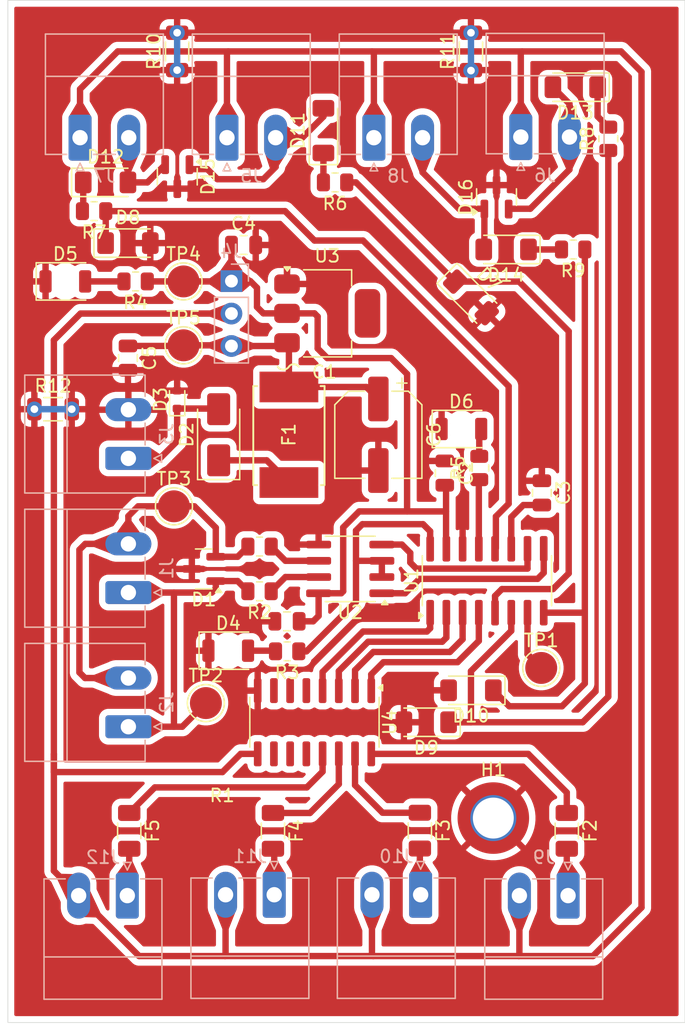
<source format=kicad_pcb>
(kicad_pcb (version 20241229) (generator "pcbnew") (generator_version "9.0")
  (layers (0 "F.Cu" signal) (2 "B.Cu" signal) (13 "F.Paste" user) (15 "B.Paste" user) (5 "F.SilkS" user "F.Silkscreen") (7 "B.SilkS" user "B.Silkscreen") (1 "F.Mask" user) (3 "B.Mask" user) (25 "Edge.Cuts" user))
  (net 0 "")
  (net 1 "+5V")
  (net 2 "GND")
  (net 3 "Net-(U1-PD7)")
  (net 4 "+12V")
  (net 5 "Net-(D2-A)")
  (net 6 "Net-(D2-K)")
  (net 7 "Net-(D4-A)")
  (net 8 "Net-(D5-A)")
  (net 9 "Net-(D6-A)")
  (net 10 "Net-(D11-A)")
  (net 11 "Net-(D11-K)")
  (net 12 "Net-(D12-A)")
  (net 13 "Net-(D12-K)")
  (net 14 "Net-(D13-A)")
  (net 15 "Net-(D13-K)")
  (net 16 "Net-(D14-A)")
  (net 17 "Net-(D14-K)")
  (net 18 "Net-(U4-O1)")
  (net 19 "Net-(J9-Pin_1)")
  (net 20 "Net-(J10-Pin_1)")
  (net 21 "Net-(U4-O2)")
  (net 22 "Net-(J11-Pin_1)")
  (net 23 "Net-(U4-O3)")
  (net 24 "Net-(J12-Pin_1)")
  (net 25 "Net-(U4-O4)")
  (net 26 "/IO/IO_VCC")
  (net 27 "Net-(U2-B)")
  (net 28 "Net-(U2-A)")
  (net 29 "/DBG_LED")
  (net 30 "Net-(U1-PD1)")
  (net 31 "/OUT4")
  (net 32 "/OUT2")
  (net 33 "/IN2")
  (net 34 "/IN4")
  (net 35 "/IN1")
  (net 36 "/OUT1")
  (net 37 "/IN3")
  (net 38 "/OUT3")
  (net 45 "/TXEN")
  (net 46 "/TX")
  (net 47 "/RX")
  (net 48 "Net-(D1-IN2)")
  (net 49 "Net-(D1-IN1)")
  (footprint "Diode_SMD:D_SMA" (layer "F.Cu") (at 141.5 79 90)
    (property "Reference" "D2")
    (property "Value" "SS14")
  )
  (footprint "Capacitor_SMD:CP_Elec_6.3x5.9" (layer "F.Cu") (at 154 79 -90)
    (property "Reference" "C6")
    (property "Value" "470uF / 25V")
  )
  (footprint "LED_SMD:LED_1206_3216Metric_ReverseMount_Hole1.8x2.4mm" (layer "F.Cu") (at 129.5 67)
    (property "Reference" "D5")
    (property "Value" "LED")
  )
  (footprint "Capacitor_SMD:C_0805_2012Metric" (layer "F.Cu") (at 134.4 73 -90)
    (property "Reference" "C5")
    (property "Value" "10uF / 16V")
  )
  (footprint "Package_SO:SOIC-16_3.9x9.9mm_P1.27mm" (layer "F.Cu") (at 149 101.5 -90)
    (property "Reference" "U4")
    (property "Value" "ULN2003")
  )
  (footprint "Diode_SMD:D_MiniMELF" (layer "F.Cu") (at 161.25 99 180)
    (property "Reference" "D10")
    (property "Value" "BZV55C5V1")
  )
  (footprint "TestPoint:TestPoint_Pad_D2.5mm" (layer "F.Cu") (at 138 84.6)
    (property "Reference" "TP3")
    (property "Value" "485A")
  )
  (footprint "Custom:FUSE-SMD_L7.4-W5.4" (layer "F.Cu") (at 147 79 -90)
    (property "Reference" "F1")
    (property "Value" "MF-SM075-2")
  )
  (footprint "Diode_SMD:D_MiniMELF" (layer "F.Cu") (at 157.75 101.5 180)
    (property "Reference" "D9")
    (property "Value" "BZV55C5V1")
  )
  (footprint "Package_SO:SOIC-8_3.9x4.9mm_P1.27mm" (layer "F.Cu") (at 151.8 89.5 180)
    (property "Reference" "U2")
    (property "Value" "SN75176BDR")
  )
  (footprint "Resistor_SMD:R_0805_2012Metric" (layer "F.Cu") (at 144.7 91.25 180)
    (property "Reference" "R2")
    (property "Value" "10R")
  )
  (footprint "LED_SMD:LED_1206_3216Metric_ReverseMount_Hole1.8x2.4mm" (layer "F.Cu") (at 160.5 78.55)
    (property "Reference" "D6")
    (property "Value" "LED")
  )
  (footprint "Package_TO_SOT_SMD:SOT-23" (layer "F.Cu") (at 163.25 60.4 90)
    (property "Reference" "D16")
    (property "Value" "PESD12VS2UT")
  )
  (footprint "Fuse:Fuse_1206_3216Metric" (layer "F.Cu") (at 145.75 110 -90)
    (property "Reference" "F4")
    (property "Value" "MF-NSMF050-2")
  )
  (footprint "LED_SMD:LED_1206_3216Metric_ReverseMount_Hole1.8x2.4mm" (layer "F.Cu") (at 142.25 95.9)
    (property "Reference" "D4")
    (property "Value" "LED")
  )
  (footprint "TestPoint:TestPoint_Pad_D2.5mm" (layer "F.Cu") (at 140.5 100)
    (property "Reference" "TP2")
    (property "Value" "485B")
  )
  (footprint "Resistor_SMD:R_0805_2012Metric" (layer "F.Cu") (at 150.6125 59.25 180)
    (property "Reference" "R6")
    (property "Value" "1K")
  )
  (footprint "Diode_SMD:D_SOD-523" (layer "F.Cu") (at 138.25 76.25 90)
    (property "Reference" "D3")
    (property "Value" "PESD12VS1UB")
  )
  (footprint "MountingHole:MountingHole_3.2mm_M3_DIN965_Pad_TopOnly" (layer "F.Cu") (at 163 109)
    (property "Reference" "H1")
    (property "Value" "MountingHole_Pad")
  )
  (footprint "Resistor_SMD:R_1206_3216Metric" (layer "F.Cu") (at 128.5375 77)
    (property "Reference" "R12")
    (property "Value" "0R")
  )
  (footprint "Capacitor_SMD:C_0805_2012Metric" (layer "F.Cu") (at 159.2 82 -90)
    (property "Reference" "C2")
    (property "Value" "0.1uF / 16V")
  )
  (footprint "Diode_SMD:D_MiniMELF" (layer "F.Cu") (at 169.4125 51.8 180)
    (property "Reference" "D13")
    (property "Value" "LL4448")
  )
  (footprint "Package_TO_SOT_SMD:SOT-23" (layer "F.Cu") (at 138.2625 58.8 -90)
    (property "Reference" "D15")
    (property "Value" "PESD12VS2UT")
  )
  (footprint "Resistor_SMD:R_0805_2012Metric" (layer "F.Cu") (at 161.9 81.6 90)
    (property "Reference" "R5")
    (property "Value" "200R")
  )
  (footprint "Diode_SMD:D_MiniMELF" (layer "F.Cu") (at 161.25 68.25 -45)
    (property "Reference" "D7")
    (property "Value" "BZV55C5V1")
  )
  (footprint "Diode_SMD:D_MiniMELF" (layer "F.Cu") (at 132.65 59.25)
    (property "Reference" "D12")
    (property "Value" "LL4448")
  )
  (footprint "Capacitor_SMD:C_0805_2012Metric" (layer "F.Cu") (at 146.85 93.6)
    (property "Reference" "C1")
    (property "Value" "0.1uF / 16V")
  )
  (footprint "TestPoint:TestPoint_Pad_D2.5mm" (layer "F.Cu") (at 166.75 97.25)
    (property "Reference" "TP1")
    (property "Value" "SWIO")
  )
  (footprint "Capacitor_SMD:C_0805_2012Metric" (layer "F.Cu") (at 166.8 83.55 -90)
    (property "Reference" "C3")
    (property "Value" "0.1uF / 16V")
  )
  (footprint "Package_TO_SOT_SMD:SOT-23" (layer "F.Cu") (at 140.3375 89.5 180)
    (property "Reference" "D1")
    (property "Value" "PESD15VL2BT")
  )
  (footprint "Package_SO:SOP-16_3.9x9.9mm_P1.27mm" (layer "F.Cu") (at 162.5 90.425 90)
    (property "Reference" "U1")
    (property "Value" "CH32V003AxMx")
  )
  (footprint "Diode_SMD:D_MiniMELF" (layer "F.Cu") (at 134.4 64)
    (property "Reference" "D8")
    (property "Value" "BZV55C5V1")
  )
  (footprint "Resistor_SMD:R_0805_2012Metric" (layer "F.Cu") (at 146.8625 95.95 180)
    (property "Reference" "R3")
    (property "Value" "200R")
  )
  (footprint "TestPoint:TestPoint_Pad_D2.5mm" (layer "F.Cu") (at 138.75 72)
    (property "Reference" "TP5")
    (property "Value" "12V")
  )
  (footprint "Resistor_SMD:R_0805_2012Metric" (layer "F.Cu") (at 144.7 87.75 180)
    (property "Reference" "R1")
    (property "Value" "10R")
  )
  (footprint "Resistor_SMD:R_0805_2012Metric" (layer "F.Cu") (at 135 67 180)
    (property "Reference" "R4")
    (property "Value" "200R")
  )
  (footprint "Resistor_SMD:R_0805_2012Metric" (layer "F.Cu") (at 172 55.8375 90)
    (property "Reference" "R8")
    (property "Value" "1K")
  )
  (footprint "Diode_SMD:D_MiniMELF" (layer "F.Cu") (at 164 64.5 180)
    (property "Reference" "D14")
    (property "Value" "LL4448")
  )
  (footprint "Fuse:Fuse_1206_3216Metric" (layer "F.Cu") (at 157.25 109.9825 -90)
    (property "Reference" "F3")
    (property "Value" "MF-NSMF050-2")
  )
  (footprint "Fuse:Fuse_1206_3216Metric" (layer "F.Cu") (at 168.75 110 -90)
    (property "Reference" "F2")
    (property "Value" "MF-NSMF050-2")
  )
  (footprint "Resistor_SMD:R_1206_3216Metric" (layer "F.Cu") (at 161.25 49 90)
    (property "Reference" "R11")
    (property "Value" "0R")
  )
  (footprint "Package_TO_SOT_SMD:SOT-223" (layer "F.Cu") (at 150 69.5)
    (property "Reference" "U3")
    (property "Value" "LT1117-5.0")
  )
  (footprint "Resistor_SMD:R_1206_3216Metric" (layer "F.Cu") (at 138.25 49 90)
    (property "Reference" "R10")
    (property "Value" "0R")
  )
  (footprint "Resistor_SMD:R_0805_2012Metric" (layer "F.Cu") (at 131.75 61.5 180)
    (property "Reference" "R7")
    (property "Value" "1K")
  )
  (footprint "Diode_SMD:D_MiniMELF" (layer "F.Cu") (at 149.7 55.2 90)
    (property "Reference" "D11")
    (property "Value" "LL4448")
  )
  (footprint "TestPoint:TestPoint_Pad_D2.5mm" (layer "F.Cu") (at 138.75 67)
    (property "Reference" "TP4")
    (property "Value" "5V")
  )
  (footprint "Resistor_SMD:R_0805_2012Metric" (layer "F.Cu") (at 169.25 64.5 180)
    (property "Reference" "R9")
    (property "Value" "1K")
  )
  (footprint "Fuse:Fuse_1206_3216Metric" (layer "F.Cu") (at 134.5 110 -90)
    (property "Reference" "F5")
    (property "Value" "MF-NSMF050-2")
  )
  (footprint "Capacitor_SMD:C_0805_2012Metric" (layer "F.Cu") (at 143.45 64.15)
    (property "Reference" "C4")
    (property "Value" "10uF / 16V")
  )
  (footprint "Connector_Phoenix_MC:PhoenixContact_MC_1,5_2-G-3.81_1x02_P3.81mm_Horizontal" (layer "B.Cu") (at 165.15 55.7)
    (property "Reference" "J6")
    (property "Value" "MC 1,5/2G-3,81")
  )
  (footprint "Connector_Phoenix_MC:PhoenixContact_MC_1,5_2-G-3.81_1x02_P3.81mm_Horizontal" (layer "B.Cu") (at 134.4325 91.35 90)
    (property "Reference" "J1")
    (property "Value" "MC1,5 2G-3.81")
  )
  (footprint "Connector_Phoenix_MC:PhoenixContact_MC_1,5_2-G-3.81_1x02_P3.81mm_Horizontal" (layer "B.Cu") (at 168.85 115.0675 180)
    (property "Reference" "J9")
    (property "Value" "MC 1,5/2G-3,81")
  )
  (footprint "Connector_Phoenix_MC:PhoenixContact_MC_1,5_2-G-3.81_1x02_P3.81mm_Horizontal" (layer "B.Cu") (at 157.31 115 180)
    (property "Reference" "J10")
    (property "Value" "MC 1,5/2G-3,81")
  )
  (footprint "Connector_Phoenix_MC:PhoenixContact_MC_1,5_2-G-3.81_1x02_P3.81mm_Horizontal" (layer "B.Cu") (at 145.85 115 180)
    (property "Reference" "J11")
    (property "Value" "MC 1,5/2G-3,81")
  )
  (footprint "Connector_Phoenix_MC:PhoenixContact_MC_1,5_2-G-3.81_1x02_P3.81mm_Horizontal" (layer "B.Cu") (at 134.4325 101.85 90)
    (property "Reference" "J2")
    (property "Value" "MC1,5 2G-3.81")
  )
  (footprint "Connector_Phoenix_MC:PhoenixContact_MC_1,5_2-G-3.81_1x02_P3.81mm_Horizontal" (layer "B.Cu") (at 153.65 55.75)
    (property "Reference" "J8")
    (property "Value" "MC 1,5/2G-3,81")
  )
  (footprint "Connector_PinHeader_2.54mm:PinHeader_1x03_P2.54mm_Vertical" (layer "B.Cu") (at 142.5 66.975 180)
    (property "Reference" "J4")
    (property "Value" "PLS")
  )
  (footprint "Connector_Phoenix_MC:PhoenixContact_MC_1,5_2-G-3.81_1x02_P3.81mm_Horizontal" (layer "B.Cu") (at 142.15 55.75)
    (property "Reference" "J5")
    (property "Value" "MC 1,5/2G-3,81")
  )
  (footprint "Connector_Phoenix_MC:PhoenixContact_MC_1,5_2-G-3.81_1x02_P3.81mm_Horizontal" (layer "B.Cu") (at 134.4325 80.85 90)
    (property "Reference" "J3")
    (property "Value" "MC1,5 2G-3.81")
  )
  (footprint "Connector_Phoenix_MC:PhoenixContact_MC_1,5_2-G-3.81_1x02_P3.81mm_Horizontal" (layer "B.Cu") (at 134.35 115.0675 180)
    (property "Reference" "J12")
    (property "Value" "MC 1,5/2G-3,81")
  )
  (footprint "Connector_Phoenix_MC:PhoenixContact_MC_1,5_2-G-3.81_1x02_P3.81mm_Horizontal" (layer "B.Cu") (at 130.65 55.75)
    (property "Reference" "J7")
    (property "Value" "MC 1,5/2G-3,81")
  )
  (gr_rect (start 125 45) (end 178 125) (stroke (width 0.05)) (fill no) (layer "Edge.Cuts"))
  (segment (start 151.25 86.25) (end 151.25 91.25) (width 0.5) (layer "F.Cu") (net 1))
  (segment (start 135.9125 67) (end 138.75 67) (width 0.5) (layer "F.Cu") (net 1))
  (segment (start 144.5 69) (end 145 69.5) (width 0.5) (layer "F.Cu") (net 1))
  (segment (start 151.095 91.405) (end 149.325 91.405) (width 0.5) (layer "F.Cu") (net 1))
  (segment (start 149.325 93.175) (end 149.325 91.405) (width 0.5) (layer "F.Cu") (net 1))
  (segment (start 159.3 83.3) (end 159.3 85) (width 0.5) (layer "F.Cu") (net 1))
  (segment (start 149 69.5) (end 149.25 69.75) (width 0.5) (layer "F.Cu") (net 1))
  (segment (start 152.5 85) (end 159.3 85) (width 0.5) (layer "F.Cu") (net 1))
  (segment (start 151.25 91.25) (end 151.095 91.405) (width 0.5) (layer "F.Cu") (net 1))
  (segment (start 159.3 85) (end 159.3 87.9) (width 0.5) (layer "F.Cu") (net 1))
  (segment (start 142.5 66.975) (end 142.5 64.15) (width 0.5) (layer "F.Cu") (net 1))
  (segment (start 149.25 69.75) (end 149.25 72.25) (width 0.5) (layer "F.Cu") (net 1))
  (segment (start 150 73) (end 155 73) (width 0.5) (layer "F.Cu") (net 1))
  (segment (start 155 73) (end 156.25 74.25) (width 0.5) (layer "F.Cu") (net 1))
  (segment (start 138.75 67) (end 142.475 67) (width 0.5) (layer "F.Cu") (net 1))
  (segment (start 152.5 85) (end 151.25 86.25) (width 0.5) (layer "F.Cu") (net 1))
  (segment (start 156.25 74.25) (end 156.25 85) (width 0.5) (layer "F.Cu") (net 1))
  (segment (start 146.85 69.5) (end 149 69.5) (width 0.5) (layer "F.Cu") (net 1))
  (segment (start 145 69.5) (end 146.85 69.5) (width 0.5) (layer "F.Cu") (net 1))
  (segment (start 148.9 93.6) (end 149.325 93.175) (width 0.5) (layer "F.Cu") (net 1))
  (segment (start 147.8 93.6) (end 148.9 93.6) (width 0.5) (layer "F.Cu") (net 1))
  (segment (start 149.25 72.25) (end 150 73) (width 0.5) (layer "F.Cu") (net 1))
  (segment (start 144.5 67.5) (end 144.5 69) (width 0.5) (layer "F.Cu") (net 1))
  (segment (start 143.975 66.975) (end 144.5 67.5) (width 0.5) (layer "F.Cu") (net 1))
  (segment (start 142.5 66.975) (end 143.975 66.975) (width 0.5) (layer "F.Cu") (net 1))
  (segment (start 166.8 82.6) (end 166.8 73.8) (width 0.5) (layer "F.Cu") (net 2))
  (segment (start 144.4 64.15) (end 145.9 64.15) (width 0.5) (layer "F.Cu") (net 2))
  (segment (start 166.8 73.8) (end 162.487437 69.487437) (width 0.5) (layer "F.Cu") (net 2))
  (segment (start 146.85 65.1) (end 146.85 67.2) (width 0.5) (layer "F.Cu") (net 2))
  (segment (start 145.9 64.15) (end 146.85 65.1) (width 0.5) (layer "F.Cu") (net 2))
  (via (at 127.075 77) (size 1.2) (drill 0.6) (layers "F.Cu" "B.Cu") (net 2))
  (via (at 130 77) (size 1.2) (drill 0.6) (layers "F.Cu" "B.Cu") (net 2))
  (via (at 161.25 47.5375) (size 1.2) (drill 0.6) (layers "F.Cu" "B.Cu") (net 2))
  (via (at 138.25 50.4625) (size 1.2) (drill 0.6) (layers "F.Cu" "B.Cu") (net 2))
  (via (at 161.25 50.5) (size 1.2) (drill 0.6) (layers "F.Cu" "B.Cu") (net 2))
  (via (at 138.25 47.5375) (size 1.2) (drill 0.6) (layers "F.Cu" "B.Cu") (net 2))
  (segment (start 127.075 77) (end 130 77) (width 0.5) (layer "B.Cu") (net 2))
  (segment (start 138.25 47.5375) (end 138.25 50.4625) (width 0.5) (layer "B.Cu") (net 2))
  (segment (start 161.25 47.5375) (end 161.25 50.5) (width 0.5) (layer "B.Cu") (net 2))
  (segment (start 164.405 85.445) (end 165.35 84.5) (width 0.5) (layer "F.Cu") (net 3))
  (segment (start 164.405 87.925) (end 164.405 85.445) (width 0.5) (layer "F.Cu") (net 3))
  (segment (start 165.35 84.5) (end 166.8 84.5) (width 0.5) (layer "F.Cu") (net 3))
  (segment (start 153.06 75.26) (end 154 76.2) (width 0.5) (layer "F.Cu") (net 4))
  (segment (start 134.4 72.05) (end 138.7 72.05) (width 0.5) (layer "F.Cu") (net 4))
  (segment (start 138.75 72) (end 142.445 72) (width 0.5) (layer "F.Cu") (net 4))
  (segment (start 147 75.26) (end 147 71.95) (width 0.5) (layer "F.Cu") (net 4))
  (segment (start 142.5 72.055) (end 146.595 72.055) (width 0.5) (layer "F.Cu") (net 4))
  (segment (start 147 75.26) (end 153.06 75.26) (width 0.5) (layer "F.Cu") (net 4))
  (segment (start 138.25 79.5) (end 138.25 76.95) (width 0.5) (layer "F.Cu") (net 5))
  (segment (start 134.4325 80.85) (end 136.9 80.85) (width 0.5) (layer "F.Cu") (net 5))
  (segment (start 136.9 80.85) (end 138.25 79.5) (width 0.5) (layer "F.Cu") (net 5))
  (segment (start 138.25 76.95) (end 141.45 76.95) (width 0.5) (layer "F.Cu") (net 5))
  (segment (start 145.26 81) (end 147 82.74) (width 0.5) (layer "F.Cu") (net 6))
  (segment (start 141.5 81) (end 145.26 81) (width 0.5) (layer "F.Cu") (net 6))
  (segment (start 143.65 95.9) (end 145.9 95.9) (width 0.5) (layer "F.Cu") (net 7))
  (segment (start 131 67.000001) (end 134.0875 67) (width 0.5) (layer "F.Cu") (net 8))
  (segment (start 161.9 80.6875) (end 161.9 78.65) (width 0.5) (layer "F.Cu") (net 9))
  (segment (start 140.6125 58.2125) (end 141.4 59) (width 0.5) (layer "F.Cu") (net 10))
  (segment (start 145 59) (end 145.96 58.04) (width 0.5) (layer "F.Cu") (net 10))
  (segment (start 141.4 59) (end 145 59) (width 0.5) (layer "F.Cu") (net 10))
  (segment (start 145.96 58.04) (end 145.96 55.75) (width 0.5) (layer "F.Cu") (net 10))
  (segment (start 149.7 54.1) (end 149.7 53.45) (width 0.5) (layer "F.Cu") (net 10))
  (segment (start 148.05 55.75) (end 149.7 54.1) (width 0.5) (layer "F.Cu") (net 10))
  (segment (start 139.2125 58.2125) (end 140.6125 58.2125) (width 0.5) (layer "F.Cu") (net 10))
  (segment (start 145.96 55.75) (end 148.05 55.75) (width 0.5) (layer "F.Cu") (net 10))
  (segment (start 149.7 56.95) (end 149.7 59.25) (width 0.5) (layer "F.Cu") (net 11))
  (segment (start 134.4 59.15) (end 134.4 55.81) (width 0.5) (layer "F.Cu") (net 12))
  (segment (start 134.4 59.25) (end 135.925 59.25) (width 0.5) (layer "F.Cu") (net 12))
  (segment (start 135.925 59.25) (end 137.3125 57.8625) (width 0.5) (layer "F.Cu") (net 12))
  (segment (start 130.9 59.25) (end 130.9 61.4375) (width 0.5) (layer "F.Cu") (net 13))
  (segment (start 165.8925 61.3125) (end 164.2 61.3125) (width 0.5) (layer "F.Cu") (net 14))
  (segment (start 168.96 55.7) (end 168.96 58.245) (width 0.5) (layer "F.Cu") (net 14))
  (segment (start 168.96 53.0975) (end 167.6625 51.8) (width 0.5) (layer "F.Cu") (net 14))
  (segment (start 168.96 55.7) (end 168.96 53.0975) (width 0.5) (layer "F.Cu") (net 14))
  (segment (start 168.96 58.245) (end 165.8925 61.3125) (width 0.5) (layer "F.Cu") (net 14))
  (segment (start 171.1625 54.0875) (end 172 54.925) (width 0.5) (layer "F.Cu") (net 15))
  (segment (start 171.1625 51.8) (end 171.1625 54.0875) (width 0.5) (layer "F.Cu") (net 15))
  (segment (start 157.46 55.75) (end 157.46 58.46) (width 0.5) (layer "F.Cu") (net 16))
  (segment (start 160.3125 61.3125) (end 162.3 61.3125) (width 0.5) (layer "F.Cu") (net 16))
  (segment (start 157.46 58.46) (end 160.3125 61.3125) (width 0.5) (layer "F.Cu") (net 16))
  (segment (start 162.3 64.6) (end 162.3 61.3375) (width 0.5) (layer "F.Cu") (net 16))
  (segment (start 165.75 64.5) (end 168.3375 64.5) (width 0.5) (layer "F.Cu") (net 17))
  (segment (start 165.725 103.975) (end 168.75 107) (width 0.5) (layer "F.Cu") (net 18))
  (segment (start 153.445 103.975) (end 165.725 103.975) (width 0.5) (layer "F.Cu") (net 18))
  (segment (start 168.75 107) (end 168.75 108.6) (width 0.5) (layer "F.Cu") (net 18))
  (segment (start 168.75 111.4) (end 168.75 114.9675) (width 0.5) (layer "F.Cu") (net 19))
  (segment (start 157.25 111.3825) (end 157.25 114.94) (width 0.5) (layer "F.Cu") (net 20))
  (segment (start 152.175 103.975) (end 152.175 106.425) (width 0.5) (layer "F.Cu") (net 21))
  (segment (start 154.3325 108.5825) (end 157.25 108.5825) (width 0.5) (layer "F.Cu") (net 21))
  (segment (start 152.175 106.425) (end 154.3325 108.5825) (width 0.5) (layer "F.Cu") (net 21))
  (segment (start 145.85 115) (end 145.85 111.5) (width 0.5) (layer "F.Cu") (net 22))
  (segment (start 150.905 106.345) (end 150.905 103.975) (width 0.5) (layer "F.Cu") (net 23))
  (segment (start 148.65 108.6) (end 150.905 106.345) (width 0.5) (layer "F.Cu") (net 23))
  (segment (start 145.75 108.6) (end 148.65 108.6) (width 0.5) (layer "F.Cu") (net 23))
  (segment (start 134.5 111.4) (end 134.5 114.9175) (width 0.5) (layer "F.Cu") (net 24))
  (segment (start 134.5 108.6) (end 136.5 106.6) (width 0.5) (layer "F.Cu") (net 25))
  (segment (start 136.5 106.6) (end 148.4 106.6) (width 0.5) (layer "F.Cu") (net 25))
  (segment (start 148.4 106.6) (end 149.635 105.365) (width 0.5) (layer "F.Cu") (net 25))
  (segment (start 149.635 105.365) (end 149.635 103.975) (width 0.5) (layer "F.Cu") (net 25))
  (segment (start 128.6 104) (end 128.6 113.1275) (width 0.5) (layer "F.Cu") (net 26))
  (segment (start 165.15 49.1) (end 165.25 49) (width 0.5) (layer "F.Cu") (net 26))
  (segment (start 130.685 69.515) (end 128.6 71.6) (width 0.5) (layer "F.Cu") (net 26))
  (segment (start 142.04 115) (end 142.04 119.76) (width 0.5) (layer "F.Cu") (net 26))
  (segment (start 143.225 103.975) (end 141.8 105.4) (width 0.5) (layer "F.Cu") (net 26))
  (segment (start 142.15 49.1) (end 142.25 49) (width 0.5) (layer "F.Cu") (net 26))
  (segment (start 165.25 49) (end 153.5 49) (width 0.5) (layer "F.Cu") (net 26))
  (segment (start 133.6 49) (end 130.65 51.95) (width 0.5) (layer "F.Cu") (net 26))
  (segment (start 144.555 103.975) (end 143.225 103.975) (width 0.5) (layer "F.Cu") (net 26))
  (segment (start 153.5 115) (end 153.5 119.7) (width 0.5) (layer "F.Cu") (net 26))
  (segment (start 135.2725 119.8) (end 142 119.8) (width 0.5) (layer "F.Cu") (net 26))
  (segment (start 153.5 119.7) (end 153.6 119.8) (width 0.5) (layer "F.Cu") (net 26))
  (segment (start 142.04 119.76) (end 142 119.8) (width 0.5) (layer "F.Cu") (net 26))
  (segment (start 142.15 55.75) (end 142.15 49.1) (width 0.5) (layer "F.Cu") (net 26))
  (segment (start 165.04 115.0675) (end 165.04 119.76) (width 0.5) (layer "F.Cu") (net 26))
  (segment (start 153.5 49) (end 142.25 49) (width 0.5) (layer "F.Cu") (net 26))
  (segment (start 170.8 119.8) (end 174.6 116) (width 0.5) (layer "F.Cu") (net 26))
  (segment (start 128.6 113.1275) (end 130.54 115.0675) (width 0.5) (layer "F.Cu") (net 26))
  (segment (start 130.65 51.95) (end 130.65 55.75) (width 0.5) (layer "F.Cu") (net 26))
  (segment (start 165.15 55.7) (end 165.15 49.1) (width 0.5) (layer "F.Cu") (net 26))
  (segment (start 174.6 50.6) (end 173 49) (width 0.5) (layer "F.Cu") (net 26))
  (segment (start 141.8 105.4) (end 128.6 105.4) (width 0.5) (layer "F.Cu") (net 26))
  (segment (start 173 49) (end 165.25 49) (width 0.5) (layer "F.Cu") (net 26))
  (segment (start 130.54 115.0675) (end 135.2725 119.8) (width 0.5) (layer "F.Cu") (net 26))
  (segment (start 142.5 69.515) (end 130.685 69.515) (width 0.5) (layer "F.Cu") (net 26))
  (segment (start 153.6 119.8) (end 165 119.8) (width 0.5) (layer "F.Cu") (net 26))
  (segment (start 128.6 105.4) (end 128.6 104) (width 0.5) (layer "F.Cu") (net 26))
  (segment (start 153.65 49.15) (end 153.5 49) (width 0.5) (layer "F.Cu") (net 26))
  (segment (start 142 119.8) (end 153.6 119.8) (width 0.5) (layer "F.Cu") (net 26))
  (segment (start 128.6 71.6) (end 128.6 104) (width 0.5) (layer "F.Cu") (net 26))
  (segment (start 142.25 49) (end 133.6 49) (width 0.5) (layer "F.Cu") (net 26))
  (segment (start 165 119.8) (end 170.8 119.8) (width 0.5) (layer "F.Cu") (net 26))
  (segment (start 153.65 55.75) (end 153.65 49.15) (width 0.5) (layer "F.Cu") (net 26))
  (segment (start 174.6 116) (end 174.6 50.6) (width 0.5) (layer "F.Cu") (net 26))
  (segment (start 165.04 119.76) (end 165 119.8) (width 0.5) (layer "F.Cu") (net 26))
  (segment (start 146.7275 90.135) (end 149.325 90.135) (width 0.5) (layer "F.Cu") (net 27))
  (segment (start 145.6125 91.25) (end 146.7275 90.135) (width 0.5) (layer "F.Cu") (net 27))
  (segment (start 145.6125 87.75) (end 146.7275 88.865) (width 0.5) (layer "F.Cu") (net 28))
  (segment (start 146.7275 88.865) (end 149.325 88.865) (width 0.5) (layer "F.Cu") (net 28))
  (segment (start 161.865 87.925) (end 161.865 82.5475) (width 0.5) (layer "F.Cu") (net 29))
  (segment (start 165.675 96.175) (end 166.75 97.25) (width 0.5) (layer "F.Cu") (net 30))
  (segment (start 165.675 92.925) (end 165.675 96.175) (width 0.5) (layer "F.Cu") (net 30))
  (segment (start 158.055 94.145) (end 158.055 92.925) (width 0.5) (layer "F.Cu") (net 31))
  (segment (start 152.8 94.4) (end 157.8 94.4) (width 0.5) (layer "F.Cu") (net 31))
  (segment (start 149.635 99.025) (end 149.635 97.565) (width 0.5) (layer "F.Cu") (net 31))
  (segment (start 149.635 97.565) (end 152.8 94.4) (width 0.5) (layer "F.Cu") (net 31))
  (segment (start 157.8 94.4) (end 158.055 94.145) (width 0.5) (layer "F.Cu") (net 31))
  (segment (start 160.595 95.005) (end 160.595 92.925) (width 0.5) (layer "F.Cu") (net 32))
  (segment (start 159.6 96) (end 160.595 95.005) (width 0.5) (layer "F.Cu") (net 32))
  (segment (start 152.175 99.025) (end 152.175 97.425) (width 0.5) (layer "F.Cu") (net 32))
  (segment (start 152.175 97.425) (end 153.6 96) (width 0.5) (layer "F.Cu") (net 32))
  (segment (start 153.6 96) (end 159.6 96) (width 0.5) (layer "F.Cu") (net 32))
  (segment (start 163.2 85.4) (end 163.2 87.86) (width 0.5) (layer "F.Cu") (net 33))
  (segment (start 146.7 61.5) (end 149 63.8) (width 0.5) (layer "F.Cu") (net 33))
  (segment (start 152.8 63.8) (end 164.2 75.2) (width 0.5) (layer "F.Cu") (net 33))
  (segment (start 132.6625 61.5) (end 146.7 61.5) (width 0.5) (layer "F.Cu") (net 33))
  (segment (start 164.2 75.2) (end 164.2 84.4) (width 0.5) (layer "F.Cu") (net 33))
  (segment (start 132.6625 61.5) (end 132.6625 63.9875) (width 0.5) (layer "F.Cu") (net 33))
  (segment (start 163.2 87.86) (end 163.151 87.909) (width 0.5) (layer "F.Cu") (net 33))
  (segment (start 164.2 84.4) (end 163.2 85.4) (width 0.5) (layer "F.Cu") (net 33))
  (segment (start 149 63.8) (end 152.8 63.8) (width 0.5) (layer "F.Cu") (net 33))
  (segment (start 163 99) (end 164.25 100.25) (width 0.5) (layer "F.Cu") (net 34))
  (segment (start 164.25 100.25) (end 168.375 100.25) (width 0.5) (layer "F.Cu") (net 34))
  (segment (start 168.375 100.25) (end 170.1625 98.4625) (width 0.5) (layer "F.Cu") (net 34))
  (segment (start 170.1625 93) (end 170.1625 64.5) (width 0.5) (layer "F.Cu") (net 34))
  (segment (start 166.945 92.925) (end 170.0875 92.925) (width 0.5) (layer "F.Cu") (net 34))
  (segment (start 170.1625 98.4625) (end 170.1625 93) (width 0.5) (layer "F.Cu") (net 34))
  (segment (start 170.0875 92.925) (end 170.1625 93) (width 0.5) (layer "F.Cu") (net 34))
  (segment (start 163.135 92.925) (end 163.135 91.615) (width 0.5) (layer "F.Cu") (net 35))
  (segment (start 168.9 70.9) (end 165.012563 67.012563) (width 0.5) (layer "F.Cu") (net 35))
  (segment (start 152.25 59.25) (end 160.012563 67.012563) (width 0.5) (layer "F.Cu") (net 35))
  (segment (start 151.525 59.25) (end 152.25 59.25) (width 0.5) (layer "F.Cu") (net 35))
  (segment (start 167.672 91.078) (end 168.9 89.85) (width 0.5) (layer "F.Cu") (net 35))
  (segment (start 163.672 91.078) (end 167.672 91.078) (width 0.5) (layer "F.Cu") (net 35))
  (segment (start 165.012563 67.012563) (end 160.012563 67.012563) (width 0.5) (layer "F.Cu") (net 35))
  (segment (start 168.9 89.85) (end 168.9 70.9) (width 0.5) (layer "F.Cu") (net 35))
  (segment (start 163.135 91.615) (end 163.672 91.078) (width 0.5) (layer "F.Cu") (net 35))
  (segment (start 154.4 96.8) (end 153.445 97.755) (width 0.5) (layer "F.Cu") (net 36))
  (segment (start 160.2 96.8) (end 154.4 96.8) (width 0.5) (layer "F.Cu") (net 36))
  (segment (start 161.865 95.135) (end 160.2 96.8) (width 0.5) (layer "F.Cu") (net 36))
  (segment (start 153.445 97.755) (end 153.445 99.025) (width 0.5) (layer "F.Cu") (net 36))
  (segment (start 161.865 92.925) (end 161.865 95.135) (width 0.5) (layer "F.Cu") (net 36))
  (segment (start 172 99.5) (end 170 101.5) (width 0.5) (layer "F.Cu") (net 37))
  (segment (start 172 56.75) (end 172 99.5) (width 0.5) (layer "F.Cu") (net 37))
  (segment (start 159.5 101.5) (end 161.25 101.5) (width 0.5) (layer "F.Cu") (net 37))
  (segment (start 170 101.5) (end 159.5 101.5) (width 0.5) (layer "F.Cu") (net 37))
  (segment (start 164.405 94.345) (end 164.405 92.925) (width 0.5) (layer "F.Cu") (net 37))
  (segment (start 161.25 97.5) (end 164.405 94.345) (width 0.5) (layer "F.Cu") (net 37))
  (segment (start 161.25 101.5) (end 161.25 97.5) (width 0.5) (layer "F.Cu") (net 37))
  (segment (start 153.2 95.2) (end 159 95.2) (width 0.5) (layer "F.Cu") (net 38))
  (segment (start 150.905 99.025) (end 150.905 97.495) (width 0.5) (layer "F.Cu") (net 38))
  (segment (start 159.325 94.875) (end 159.325 92.925) (width 0.5) (layer "F.Cu") (net 38))
  (segment (start 159 95.2) (end 159.325 94.875) (width 0.5) (layer "F.Cu") (net 38))
  (segment (start 150.905 97.495) (end 153.2 95.2) (width 0.5) (layer "F.Cu") (net 38))
  (segment (start 152.25 88.865) (end 152.25 86.5) (width 0.5) (layer "F.Cu") (net 45))
  (segment (start 152.25 86.5) (end 152.75 86) (width 0.5) (layer "F.Cu") (net 45))
  (segment (start 152.75 86) (end 157.5 86) (width 0.5) (layer "F.Cu") (net 45))
  (segment (start 152.25 92.075) (end 148.375 95.95) (width 0.5) (layer "F.Cu") (net 45))
  (segment (start 157.5 86) (end 158.055 86.555) (width 0.5) (layer "F.Cu") (net 45))
  (segment (start 154.275 88.865) (end 152.25 88.865) (width 0.5) (layer "F.Cu") (net 45))
  (segment (start 152.25 88.865) (end 152.25 92.075) (width 0.5) (layer "F.Cu") (net 45))
  (segment (start 154.275 90.135) (end 154.275 88.865) (width 0.5) (layer "F.Cu") (net 45))
  (segment (start 158.055 86.555) (end 158.055 87.925) (width 0.5) (layer "F.Cu") (net 45))
  (segment (start 148.375 95.95) (end 147.775 95.95) (width 0.5) (layer "F.Cu") (net 45))
  (segment (start 154.275 87.595) (end 155.845 87.595) (width 0.5) (layer "F.Cu") (net 46))
  (segment (start 155.845 87.595) (end 156.5 88.25) (width 0.5) (layer "F.Cu") (net 46))
  (segment (start 156.976 89.476) (end 165.675 89.476) (width 0.5) (layer "F.Cu") (net 46))
  (segment (start 165.675 89.476) (end 165.675 87.925) (width 0.5) (layer "F.Cu") (net 46))
  (segment (start 156.5 89) (end 156.976 89.476) (width 0.5) (layer "F.Cu") (net 46))
  (segment (start 156.5 88.25) (end 156.5 89) (width 0.5) (layer "F.Cu") (net 46))
  (segment (start 166.473 90.277) (end 166.945 89.805) (width 0.5) (layer "F.Cu") (net 47))
  (segment (start 157.223 90.277) (end 166.473 90.277) (width 0.5) (layer "F.Cu") (net 47))
  (segment (start 166.945 89.805) (end 166.945 87.925) (width 0.5) (layer "F.Cu") (net 47))
  (segment (start 154.275 91.405) (end 156.095 91.405) (width 0.5) (layer "F.Cu") (net 47))
  (segment (start 156.095 91.405) (end 157.223 90.277) (width 0.5) (layer "F.Cu") (net 47))
  (segment (start 141.275 88.55) (end 141.275 86.275) (width 0.5) (layer "F.Cu") (net 48))
  (segment (start 134.4325 87.54) (end 131.06 87.54) (width 0.5) (layer "F.Cu") (net 48))
  (segment (start 130.6 97.6) (end 131.04 98.04) (width 0.5) (layer "F.Cu") (net 48))
  (segment (start 131.04 98.04) (end 134.4325 98.04) (width 0.5) (layer "F.Cu") (net 48))
  (segment (start 134.4325 87.54) (end 134.4325 85.3675) (width 0.5) (layer "F.Cu") (net 48))
  (segment (start 142.9875 88.55) (end 143.7875 87.75) (width 0.5) (layer "F.Cu") (net 48))
  (segment (start 130.6 88) (end 130.6 97.6) (width 0.5) (layer "F.Cu") (net 48))
  (segment (start 131.06 87.54) (end 130.6 88) (width 0.5) (layer "F.Cu") (net 48))
  (segment (start 141.275 88.55) (end 142.9875 88.55) (width 0.5) (layer "F.Cu") (net 48))
  (segment (start 135.2 84.6) (end 138 84.6) (width 0.5) (layer "F.Cu") (net 48))
  (segment (start 139.6 84.6) (end 138 84.6) (width 0.5) (layer "F.Cu") (net 48))
  (segment (start 134.4325 85.3675) (end 135.2 84.6) (width 0.5) (layer "F.Cu") (net 48))
  (segment (start 141.275 86.275) (end 139.6 84.6) (width 0.5) (layer "F.Cu") (net 48))
  (segment (start 141.275 90.45) (end 141.275 91.040178) (width 0.5) (layer "F.Cu") (net 49))
  (segment (start 140.965178 91.35) (end 138 91.35) (width 0.5) (layer "F.Cu") (net 49))
  (segment (start 141.275 91.040178) (end 140.965178 91.35) (width 0.5) (layer "F.Cu") (net 49))
  (segment (start 142.9875 90.45) (end 143.7875 91.25) (width 0.5) (layer "F.Cu") (net 49))
  (segment (start 134.4325 101.85) (end 138 101.85) (width 0.5) (layer "F.Cu") (net 49))
  (segment (start 138 101.85) (end 138.65 101.85) (width 0.5) (layer "F.Cu") (net 49))
  (segment (start 138 91.35) (end 138 101.85) (width 0.5) (layer "F.Cu") (net 49))
  (segment (start 138 91.35) (end 134.4325 91.35) (width 0.5) (layer "F.Cu") (net 49))
  (segment (start 138.65 101.85) (end 140.5 100) (width 0.5) (layer "F.Cu") (net 49))
  (segment (start 141.275 90.45) (end 142.9875 90.45) (width 0.5) (layer "F.Cu") (net 49))
  (zone (net 2) (net_name "GND") (layer "F.Cu") (connect_pads (clearance 0.5)) (min_thickness 0.25) (fill yes (thermal_gap 0.5) (thermal_bridge_width 0.5) (island_removal_mode 1) (island_area_min 10))
    (polygon (pts (xy 125 45) (xy 178 45) (xy 178 125) (xy 125 125)))
  )
)
</source>
